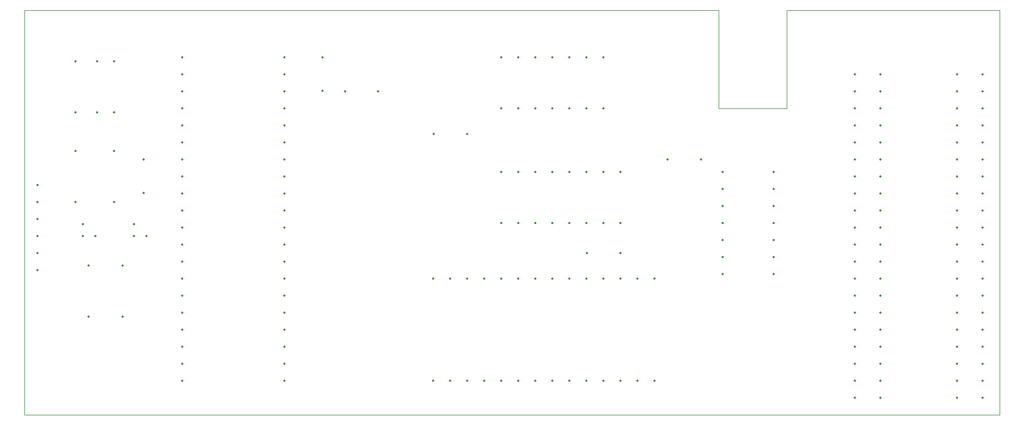
<source format=gm1>
%TF.GenerationSoftware,KiCad,Pcbnew,8.0.5+1*%
%TF.CreationDate,2024-10-09T18:42:43+02:00*%
%TF.ProjectId,QL_PC0084A_keyboard_adapter,514c5f50-4330-4303-9834-415f6b657962,0*%
%TF.SameCoordinates,Original*%
%TF.FileFunction,Profile,NP*%
%FSLAX46Y46*%
G04 Gerber Fmt 4.6, Leading zero omitted, Abs format (unit mm)*
G04 Created by KiCad (PCBNEW 8.0.5+1) date 2024-10-09 18:42:43*
%MOMM*%
%LPD*%
G01*
G04 APERTURE LIST*
%TA.AperFunction,Profile*%
%ADD10C,0.050000*%
%TD*%
%ADD11C,0.350000*%
G04 APERTURE END LIST*
D10*
X195580000Y-86360000D02*
X205740000Y-86360000D01*
X205740000Y-71755000D01*
X237490000Y-71755000D01*
X237490000Y-132080000D01*
X92075000Y-132080000D01*
X92075000Y-71755000D01*
X195580000Y-71755000D01*
X195580000Y-86360000D01*
D11*
X102595000Y-105410000D03*
X100798949Y-105410000D03*
X100798949Y-103613949D03*
X110215000Y-105410000D03*
X108418949Y-105410000D03*
X108418949Y-103613949D03*
X115570000Y-78740000D03*
X115570000Y-81280000D03*
X115570000Y-83820000D03*
X115570000Y-86360000D03*
X115570000Y-88900000D03*
X115570000Y-91440000D03*
X115570000Y-93980000D03*
X115570000Y-96520000D03*
X115570000Y-99060000D03*
X115570000Y-101600000D03*
X115570000Y-104140000D03*
X115570000Y-106680000D03*
X115570000Y-109220000D03*
X115570000Y-111760000D03*
X115570000Y-114300000D03*
X115570000Y-116840000D03*
X115570000Y-119380000D03*
X115570000Y-121920000D03*
X115570000Y-124460000D03*
X115570000Y-127000000D03*
X130810000Y-127000000D03*
X130810000Y-124460000D03*
X130810000Y-121920000D03*
X130810000Y-119380000D03*
X130810000Y-116840000D03*
X130810000Y-114300000D03*
X130810000Y-111760000D03*
X130810000Y-109220000D03*
X130810000Y-106680000D03*
X130810000Y-104140000D03*
X130810000Y-101600000D03*
X130810000Y-99060000D03*
X130810000Y-96520000D03*
X130810000Y-93980000D03*
X130810000Y-91440000D03*
X130810000Y-88900000D03*
X130810000Y-86360000D03*
X130810000Y-83820000D03*
X130810000Y-81280000D03*
X130810000Y-78740000D03*
X178440000Y-78750000D03*
X175900000Y-78750000D03*
X173360000Y-78750000D03*
X170820000Y-78750000D03*
X168280000Y-78750000D03*
X165740000Y-78750000D03*
X163200000Y-78750000D03*
X163200000Y-86370000D03*
X165740000Y-86370000D03*
X168280000Y-86370000D03*
X170820000Y-86370000D03*
X173360000Y-86370000D03*
X175900000Y-86370000D03*
X178440000Y-86370000D03*
X215900000Y-81280000D03*
X215900000Y-83820000D03*
X215900000Y-86360000D03*
X215900000Y-88900000D03*
X215900000Y-91440000D03*
X215900000Y-93980000D03*
X215900000Y-96520000D03*
X215900000Y-99060000D03*
X215900000Y-101600000D03*
X215900000Y-104140000D03*
X215900000Y-106680000D03*
X215900000Y-109220000D03*
X215900000Y-111760000D03*
X215900000Y-114300000D03*
X215900000Y-116840000D03*
X215900000Y-119380000D03*
X215900000Y-121920000D03*
X215900000Y-124460000D03*
X215900000Y-127000000D03*
X215900000Y-129540000D03*
X231140000Y-129540000D03*
X231140000Y-127000000D03*
X231140000Y-124460000D03*
X231140000Y-121920000D03*
X231140000Y-119380000D03*
X231140000Y-116840000D03*
X231140000Y-114300000D03*
X231140000Y-111760000D03*
X231140000Y-109220000D03*
X231140000Y-106680000D03*
X231140000Y-104140000D03*
X231140000Y-101600000D03*
X231140000Y-99060000D03*
X231140000Y-96520000D03*
X231140000Y-93980000D03*
X231140000Y-91440000D03*
X231140000Y-88900000D03*
X231140000Y-86360000D03*
X231140000Y-83820000D03*
X231140000Y-81280000D03*
X105410000Y-86995000D03*
X105410000Y-79375000D03*
X136525000Y-83780000D03*
X136525000Y-78780000D03*
X180975000Y-95885000D03*
X178435000Y-95885000D03*
X175895000Y-95885000D03*
X173355000Y-95885000D03*
X170815000Y-95885000D03*
X168275000Y-95885000D03*
X165735000Y-95885000D03*
X163195000Y-95885000D03*
X163195000Y-103505000D03*
X165735000Y-103505000D03*
X168275000Y-103505000D03*
X170815000Y-103505000D03*
X173355000Y-103505000D03*
X175895000Y-103505000D03*
X178435000Y-103505000D03*
X180975000Y-103505000D03*
X109855000Y-98980000D03*
X109855000Y-93980000D03*
X153075000Y-90170000D03*
X158075000Y-90170000D03*
X187960000Y-93980000D03*
X192960000Y-93980000D03*
X105410000Y-92710000D03*
X105410000Y-100330000D03*
X180975000Y-107950000D03*
X175975000Y-107950000D03*
X139880000Y-83790000D03*
X144780000Y-83790000D03*
X102870000Y-86995000D03*
X102870000Y-79375000D03*
X106680000Y-109855000D03*
X106680000Y-117475000D03*
X101600000Y-109855000D03*
X101600000Y-117475000D03*
X99695000Y-100330000D03*
X99695000Y-92710000D03*
X203825000Y-111125000D03*
X203825000Y-108585000D03*
X203825000Y-106045000D03*
X203825000Y-103505000D03*
X203825000Y-100965000D03*
X203825000Y-98425000D03*
X203825000Y-95885000D03*
X196205000Y-95885000D03*
X196205000Y-98425000D03*
X196205000Y-100965000D03*
X196205000Y-103505000D03*
X196205000Y-106045000D03*
X196205000Y-108585000D03*
X196205000Y-111125000D03*
X99695000Y-79375000D03*
X99695000Y-86995000D03*
X153035000Y-127000000D03*
X155575000Y-127000000D03*
X158115000Y-127000000D03*
X160655000Y-127000000D03*
X163195000Y-127000000D03*
X165735000Y-127000000D03*
X168275000Y-127000000D03*
X170815000Y-127000000D03*
X173355000Y-127000000D03*
X175895000Y-127000000D03*
X178435000Y-127000000D03*
X180975000Y-127000000D03*
X183515000Y-127000000D03*
X186055000Y-127000000D03*
X186055000Y-111760000D03*
X183515000Y-111760000D03*
X180975000Y-111760000D03*
X178435000Y-111760000D03*
X175895000Y-111760000D03*
X173355000Y-111760000D03*
X170815000Y-111760000D03*
X168275000Y-111760000D03*
X165735000Y-111760000D03*
X163195000Y-111760000D03*
X160655000Y-111760000D03*
X158115000Y-111760000D03*
X155575000Y-111760000D03*
X153035000Y-111760000D03*
X93980000Y-110490000D03*
X93980000Y-107950000D03*
X93980000Y-105410000D03*
X93980000Y-102870000D03*
X93980000Y-100330000D03*
X93980000Y-97790000D03*
X234950000Y-129540000D03*
X234950000Y-127000000D03*
X234950000Y-124460000D03*
X234950000Y-121920000D03*
X234950000Y-119380000D03*
X234950000Y-116840000D03*
X234950000Y-114300000D03*
X234950000Y-111760000D03*
X234950000Y-109220000D03*
X234950000Y-106680000D03*
X234950000Y-104140000D03*
X234950000Y-101600000D03*
X234950000Y-99060000D03*
X234950000Y-96520000D03*
X234950000Y-93980000D03*
X234950000Y-91440000D03*
X234950000Y-88900000D03*
X234950000Y-86360000D03*
X234950000Y-83820000D03*
X234950000Y-81280000D03*
X219710000Y-81280000D03*
X219710000Y-83820000D03*
X219710000Y-86360000D03*
X219710000Y-88900000D03*
X219710000Y-91440000D03*
X219710000Y-93980000D03*
X219710000Y-96520000D03*
X219710000Y-99060000D03*
X219710000Y-101600000D03*
X219710000Y-104140000D03*
X219710000Y-106680000D03*
X219710000Y-109220000D03*
X219710000Y-111760000D03*
X219710000Y-114300000D03*
X219710000Y-116840000D03*
X219710000Y-119380000D03*
X219710000Y-121920000D03*
X219710000Y-124460000D03*
X219710000Y-127000000D03*
X219710000Y-129540000D03*
M02*

</source>
